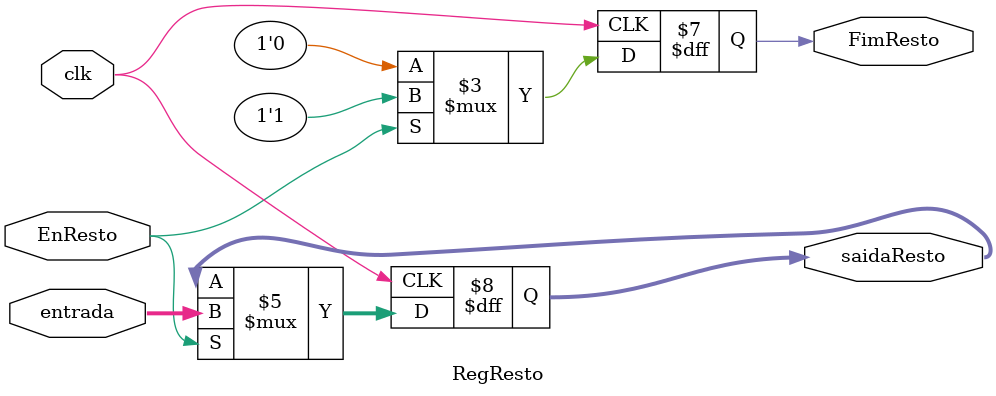
<source format=v>
module RegResto(entrada, EnResto, clk, FimResto, saidaResto);

	input clk, EnResto;
	input [15:0] entrada;	 
	output reg FimResto;
	output reg [15:0] saidaResto;

always @(posedge clk)
	begin
			FimResto<=1'b0;
			if (EnResto == 1'b1) begin
				saidaResto <= entrada; 
				FimResto <= 1'b1;
			end
	end
endmodule

</source>
